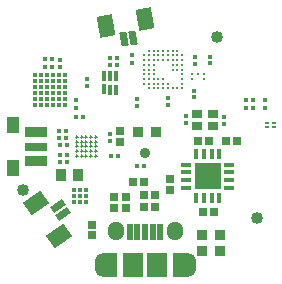
<source format=gts>
G04 Layer_Color=8388736*
%FSLAX25Y25*%
%MOIN*%
G70*
G01*
G75*
%ADD77R,0.01181X0.00984*%
G04:AMPARAMS|DCode=92|XSize=23.69mil|YSize=47.31mil|CornerRadius=0mil|HoleSize=0mil|Usage=FLASHONLY|Rotation=125.000|XOffset=0mil|YOffset=0mil|HoleType=Round|Shape=Rectangle|*
%AMROTATEDRECTD92*
4,1,4,0.02617,0.00387,-0.01258,-0.02327,-0.02617,-0.00387,0.01258,0.02327,0.02617,0.00387,0.0*
%
%ADD92ROTATEDRECTD92*%

G04:AMPARAMS|DCode=93|XSize=51.24mil|YSize=70.93mil|CornerRadius=0mil|HoleSize=0mil|Usage=FLASHONLY|Rotation=125.000|XOffset=0mil|YOffset=0mil|HoleType=Round|Shape=Rectangle|*
%AMROTATEDRECTD93*
4,1,4,0.04375,-0.00065,-0.01436,-0.04133,-0.04375,0.00065,0.01436,0.04133,0.04375,-0.00065,0.0*
%
%ADD93ROTATEDRECTD93*%

%ADD94R,0.01654X0.01654*%
%ADD95R,0.01654X0.01654*%
%ADD96R,0.02920X0.02762*%
%ADD97R,0.02762X0.02920*%
%ADD98R,0.01575X0.01772*%
%ADD99R,0.01772X0.01575*%
%ADD100R,0.03550X0.03550*%
%ADD101C,0.01260*%
G04:AMPARAMS|DCode=102|XSize=12.94mil|YSize=12.94mil|CornerRadius=6.47mil|HoleSize=0mil|Usage=FLASHONLY|Rotation=0.000|XOffset=0mil|YOffset=0mil|HoleType=Round|Shape=RoundedRectangle|*
%AMROUNDEDRECTD102*
21,1,0.01294,0.00000,0,0,0.0*
21,1,0.00000,0.01294,0,0,0.0*
1,1,0.01294,0.00000,0.00000*
1,1,0.01294,0.00000,0.00000*
1,1,0.01294,0.00000,0.00000*
1,1,0.01294,0.00000,0.00000*
%
%ADD102ROUNDEDRECTD102*%
%ADD103C,0.01476*%
%ADD104C,0.01437*%
G04:AMPARAMS|DCode=105|XSize=23.69mil|YSize=47.31mil|CornerRadius=0mil|HoleSize=0mil|Usage=FLASHONLY|Rotation=10.000|XOffset=0mil|YOffset=0mil|HoleType=Round|Shape=Rectangle|*
%AMROTATEDRECTD105*
4,1,4,-0.00756,-0.02535,-0.01577,0.02124,0.00756,0.02535,0.01577,-0.02124,-0.00756,-0.02535,0.0*
%
%ADD105ROTATEDRECTD105*%

G04:AMPARAMS|DCode=106|XSize=51.24mil|YSize=70.93mil|CornerRadius=0mil|HoleSize=0mil|Usage=FLASHONLY|Rotation=10.000|XOffset=0mil|YOffset=0mil|HoleType=Round|Shape=Rectangle|*
%AMROTATEDRECTD106*
4,1,4,-0.01908,-0.03938,-0.03139,0.03048,0.01908,0.03938,0.03139,-0.03048,-0.01908,-0.03938,0.0*
%
%ADD106ROTATEDRECTD106*%

%ADD107C,0.01181*%
%ADD108R,0.03195X0.04022*%
%ADD109R,0.03235X0.01581*%
%ADD110R,0.01581X0.03235*%
%ADD111R,0.08668X0.08668*%
%ADD112R,0.02565X0.02762*%
%ADD113R,0.01496X0.03347*%
%ADD114R,0.01496X0.03740*%
%ADD115R,0.07487X0.02762*%
%ADD116R,0.07487X0.03353*%
%ADD117R,0.03943X0.05518*%
%ADD118R,0.05124X0.07880*%
%ADD119R,0.01975X0.05715*%
%ADD120R,0.06699X0.07880*%
%ADD121R,0.03353X0.02959*%
%ADD122C,0.03998*%
%ADD123O,0.05321X0.06306*%
%ADD124O,0.05223X0.07880*%
%ADD125C,0.03600*%
D77*
X40679Y7452D02*
D03*
X40678Y6074D02*
D03*
X43040Y6075D02*
D03*
X43040Y7452D02*
D03*
D92*
X-27197Y-22890D02*
D03*
X-29003Y-20310D02*
D03*
D93*
X-36454Y-19279D02*
D03*
X-28776Y-30244D02*
D03*
D94*
X26300Y9502D02*
D03*
Y7298D02*
D03*
X13700Y7498D02*
D03*
Y9702D02*
D03*
X-2600Y15502D02*
D03*
Y13298D02*
D03*
X16300Y16095D02*
D03*
Y18300D02*
D03*
X16800Y27198D02*
D03*
Y29402D02*
D03*
X21500Y27398D02*
D03*
Y29602D02*
D03*
X-28300Y26295D02*
D03*
Y28500D02*
D03*
X-25900Y-5384D02*
D03*
Y-3179D02*
D03*
X7600Y15802D02*
D03*
Y13598D02*
D03*
D95*
X36002Y15019D02*
D03*
X33798D02*
D03*
X36002Y12619D02*
D03*
X33798D02*
D03*
X-20698Y9600D02*
D03*
X-22902D02*
D03*
X-33202Y26300D02*
D03*
X-30998D02*
D03*
X-11702Y26700D02*
D03*
X-9498D02*
D03*
D96*
X-10200Y-17289D02*
D03*
Y-20911D02*
D03*
X-6500Y-17289D02*
D03*
Y-20911D02*
D03*
X-17800Y-26389D02*
D03*
Y-30011D02*
D03*
X-8200Y4711D02*
D03*
Y1089D02*
D03*
X8300Y-14911D02*
D03*
Y-11289D02*
D03*
D97*
X-311Y-16400D02*
D03*
X3311D02*
D03*
X30611Y1600D02*
D03*
X26989D02*
D03*
X17789Y1600D02*
D03*
X21411D02*
D03*
X-311Y-20600D02*
D03*
X3311D02*
D03*
X19289Y-22100D02*
D03*
X22911D02*
D03*
D98*
X-2700Y-6900D02*
D03*
X-338D02*
D03*
X-30900Y28700D02*
D03*
X-33262D02*
D03*
X-9419Y29300D02*
D03*
X-11781D02*
D03*
X-28481Y0D02*
D03*
X-26119D02*
D03*
X-9119Y-3500D02*
D03*
X-11481D02*
D03*
D99*
X-4500Y29981D02*
D03*
Y27619D02*
D03*
X-23100Y12619D02*
D03*
Y14981D02*
D03*
X-11600Y3781D02*
D03*
Y1419D02*
D03*
X-28800Y2319D02*
D03*
Y4681D02*
D03*
X-28400Y-5462D02*
D03*
Y-3100D02*
D03*
X-19500Y22181D02*
D03*
Y19819D02*
D03*
X-26400Y4681D02*
D03*
Y2319D02*
D03*
X39900Y12638D02*
D03*
Y15000D02*
D03*
D100*
X19047Y-30000D02*
D03*
X24953D02*
D03*
X-2353Y4600D02*
D03*
X3553D02*
D03*
X19147Y-35300D02*
D03*
X25053D02*
D03*
D101*
X15600Y22125D02*
D03*
X19537D02*
D03*
X15600Y23700D02*
D03*
X17569D02*
D03*
X19537D02*
D03*
D102*
X-22750Y1275D02*
D03*
Y2850D02*
D03*
X-21175D02*
D03*
Y1275D02*
D03*
X-19600D02*
D03*
X-22750Y-300D02*
D03*
X-19600D02*
D03*
X-22750Y-1875D02*
D03*
Y-3450D02*
D03*
X-21175Y-300D02*
D03*
Y-1875D02*
D03*
X-19600D02*
D03*
X-21175Y-3450D02*
D03*
X-19600D02*
D03*
X-18025Y2850D02*
D03*
X-19600D02*
D03*
X-18025Y-300D02*
D03*
Y1275D02*
D03*
X-16450Y2850D02*
D03*
Y-300D02*
D03*
Y1275D02*
D03*
X-18025Y-1875D02*
D03*
Y-3450D02*
D03*
X-16450Y-1875D02*
D03*
Y-3450D02*
D03*
D103*
X-21600Y-18868D02*
D03*
X-19631D02*
D03*
Y-16900D02*
D03*
X-21600D02*
D03*
X-19631Y-14931D02*
D03*
X-21600D02*
D03*
X-23568Y-18868D02*
D03*
Y-16900D02*
D03*
Y-14931D02*
D03*
D104*
X-26679Y23421D02*
D03*
Y21453D02*
D03*
Y19484D02*
D03*
Y17516D02*
D03*
Y15547D02*
D03*
Y13579D02*
D03*
X-28647Y23421D02*
D03*
Y21453D02*
D03*
Y19484D02*
D03*
Y17516D02*
D03*
Y15547D02*
D03*
Y13579D02*
D03*
X-30616Y23421D02*
D03*
Y21453D02*
D03*
Y19484D02*
D03*
Y17516D02*
D03*
Y15547D02*
D03*
Y13579D02*
D03*
X-32584Y23421D02*
D03*
Y21453D02*
D03*
Y19484D02*
D03*
Y17516D02*
D03*
Y15547D02*
D03*
Y13579D02*
D03*
X-34553Y23421D02*
D03*
Y21453D02*
D03*
Y19484D02*
D03*
Y17516D02*
D03*
Y15547D02*
D03*
Y13579D02*
D03*
X-36521Y23421D02*
D03*
Y21453D02*
D03*
Y19484D02*
D03*
Y17516D02*
D03*
Y15547D02*
D03*
Y13579D02*
D03*
D105*
X-7051Y35326D02*
D03*
X-3949Y35873D02*
D03*
D106*
X134Y42190D02*
D03*
X-13048Y39866D02*
D03*
D107*
X10724Y31599D02*
D03*
Y30024D02*
D03*
X9150Y31599D02*
D03*
X12299Y30024D02*
D03*
X10724Y28450D02*
D03*
X7575Y31599D02*
D03*
X9150Y30024D02*
D03*
X6000Y31599D02*
D03*
X7575Y30024D02*
D03*
X6000D02*
D03*
X12299Y28450D02*
D03*
Y26875D02*
D03*
X10724D02*
D03*
X12299Y25300D02*
D03*
X10724D02*
D03*
X7575Y28450D02*
D03*
X9150D02*
D03*
X6000D02*
D03*
X9150Y25300D02*
D03*
Y26875D02*
D03*
X4425Y30024D02*
D03*
Y31599D02*
D03*
X1276D02*
D03*
X2850D02*
D03*
X-299Y30024D02*
D03*
X2850D02*
D03*
X1276D02*
D03*
X2850Y28450D02*
D03*
X4425D02*
D03*
X2850Y26875D02*
D03*
X1276Y25300D02*
D03*
X-299Y28450D02*
D03*
X1276D02*
D03*
X-299Y26875D02*
D03*
X1276D02*
D03*
X-299Y25300D02*
D03*
X12299Y22150D02*
D03*
Y23725D02*
D03*
X6000Y22150D02*
D03*
X4425D02*
D03*
X12299Y20576D02*
D03*
X6000D02*
D03*
X12299Y19001D02*
D03*
X10724D02*
D03*
X7575D02*
D03*
X9150D02*
D03*
X7575Y20576D02*
D03*
X6000Y19001D02*
D03*
X4425D02*
D03*
X2850Y25300D02*
D03*
Y23725D02*
D03*
X1276Y22150D02*
D03*
X2850D02*
D03*
X-299Y23725D02*
D03*
X1276D02*
D03*
X2850Y20576D02*
D03*
X4425D02*
D03*
X-299Y22150D02*
D03*
X1276Y20576D02*
D03*
X-299D02*
D03*
X2850Y19001D02*
D03*
X1276D02*
D03*
D108*
X-22444Y-9800D02*
D03*
X-27956D02*
D03*
D109*
X13715Y-14039D02*
D03*
Y-11479D02*
D03*
Y-8920D02*
D03*
Y-6361D02*
D03*
X28085D02*
D03*
Y-8920D02*
D03*
Y-11479D02*
D03*
Y-14039D02*
D03*
D110*
X17061Y-3015D02*
D03*
X19621D02*
D03*
X22179D02*
D03*
X24739D02*
D03*
Y-17385D02*
D03*
X22179D02*
D03*
X19621D02*
D03*
X17061D02*
D03*
D111*
X20900Y-10200D02*
D03*
D112*
X-230Y-12100D02*
D03*
X-3970D02*
D03*
D113*
X-9732Y23164D02*
D03*
X-11700D02*
D03*
X-13669D02*
D03*
X-9732Y18636D02*
D03*
X-11700D02*
D03*
D114*
X-13669Y18833D02*
D03*
D115*
X-36457Y-400D02*
D03*
D116*
Y4423D02*
D03*
Y-5223D02*
D03*
D117*
X-44134Y6883D02*
D03*
Y-7683D02*
D03*
D118*
X11811Y-40000D02*
D03*
X-11811Y-40000D02*
D03*
D119*
X-5118Y-28974D02*
D03*
X-2559Y-28974D02*
D03*
X0D02*
D03*
X2559D02*
D03*
X5118D02*
D03*
D120*
X4134Y-40000D02*
D03*
X-4134D02*
D03*
D121*
X22596Y10409D02*
D03*
X17478D02*
D03*
X22596Y6472D02*
D03*
X17478D02*
D03*
D122*
X-40700Y-14700D02*
D03*
X24100Y36300D02*
D03*
X37200Y-24200D02*
D03*
D123*
X9843Y-28386D02*
D03*
X-9843Y-28583D02*
D03*
D124*
X14173Y-39998D02*
D03*
X-14173Y-40000D02*
D03*
D125*
X0Y-2500D02*
D03*
M02*

</source>
